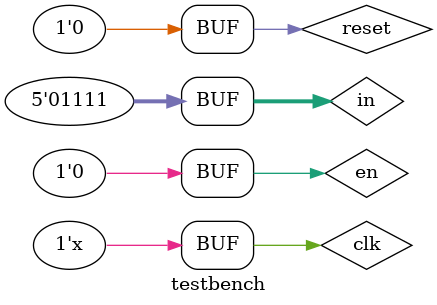
<source format=v>

module testbench();

wire [13:0] out;
reg [4:0] in;
reg clk ;
reg en ; 
reg reset;

initial 
begin 
		reset <= 1'b1;
		clk <= 1'b1;
		en <= 1'b0;
	#8	reset<=1'b0;
	#8	en <= 1'b1;		
	#0	in<=5'b01010;
	#8	in<=5'b01011;
	#8	in<=5'b01100;
	#8	in<=5'b01101;
	#8	in<=5'b01110;
	#8	in<=5'b01111;
	#8	en <= 1'b0;
end

accumulator DUT(.out(out), .in (in), .clk(clk), .en(en), .reset(reset));

always
begin
	#4	 clk=~clk;
end

endmodule

</source>
